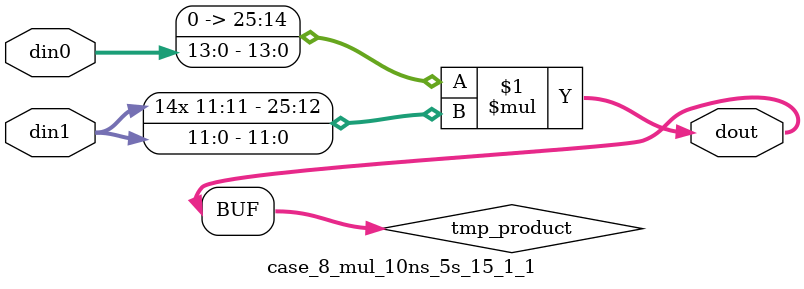
<source format=v>

`timescale 1 ns / 1 ps

 (* use_dsp = "no" *)  module case_8_mul_10ns_5s_15_1_1(din0, din1, dout);
parameter ID = 1;
parameter NUM_STAGE = 0;
parameter din0_WIDTH = 14;
parameter din1_WIDTH = 12;
parameter dout_WIDTH = 26;

input [din0_WIDTH - 1 : 0] din0; 
input [din1_WIDTH - 1 : 0] din1; 
output [dout_WIDTH - 1 : 0] dout;

wire signed [dout_WIDTH - 1 : 0] tmp_product;

























assign tmp_product = $signed({1'b0, din0}) * $signed(din1);










assign dout = tmp_product;





















endmodule

</source>
